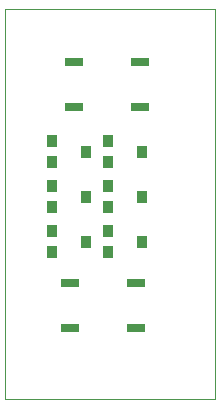
<source format=gtp>
G75*
%MOIN*%
%OFA0B0*%
%FSLAX24Y24*%
%IPPOS*%
%LPD*%
%AMOC8*
5,1,8,0,0,1.08239X$1,22.5*
%
%ADD10C,0.0000*%
%ADD11R,0.0354X0.0433*%
%ADD12R,0.0600X0.0300*%
D10*
X000125Y000125D02*
X000125Y013121D01*
X007120Y013121D01*
X007120Y000125D01*
X000125Y000125D01*
D11*
X001679Y005017D03*
X001679Y005733D03*
X001679Y006517D03*
X001679Y007233D03*
X001679Y008017D03*
X001679Y008733D03*
X002821Y008375D03*
X003554Y008017D03*
X003554Y008733D03*
X003554Y007233D03*
X003554Y006517D03*
X003554Y005733D03*
X003554Y005017D03*
X002821Y005375D03*
X002821Y006875D03*
X004696Y006875D03*
X004696Y005375D03*
X004696Y008375D03*
D12*
X004600Y009875D03*
X004600Y011375D03*
X002400Y011375D03*
X002400Y009875D03*
X002275Y004000D03*
X002275Y002500D03*
X004475Y002500D03*
X004475Y004000D03*
M02*

</source>
